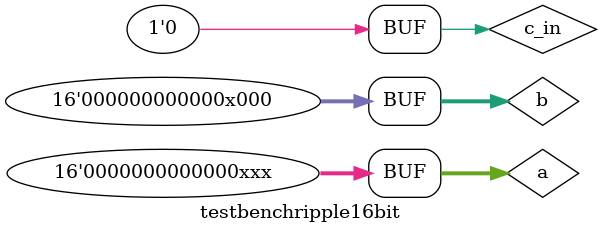
<source format=v>
`timescale 1ns / 1ps


module testbenchripple16bit;

	// Inputs
	reg c_in;
	reg [15:0] a;
	reg [15:0] b;

	// Outputs
	wire c_out;
	wire [15:0] s;

	// Instantiate the Unit Under Test (UUT)
	ripple16bit uut (
		.c_in(c_in), 
		.a(a), 
		.b(b), 
		.c_out(c_out), 
		.s(s)
	);

	initial begin
		// Initialize Inputs
		c_in = 0;
		a = 16'b0000000000000000;
		b = 16'b0000000000000000;

		// Wait 100 ns for global reset to finish
		#100;
        
		// Add stimulus here

	end
	always #1 a[0]=~a[0];
	always #2 a[1]=~a[1];
	always #4 a[2]=~a[2];
	always #8 b[3]=~b[3];
      
endmodule


</source>
